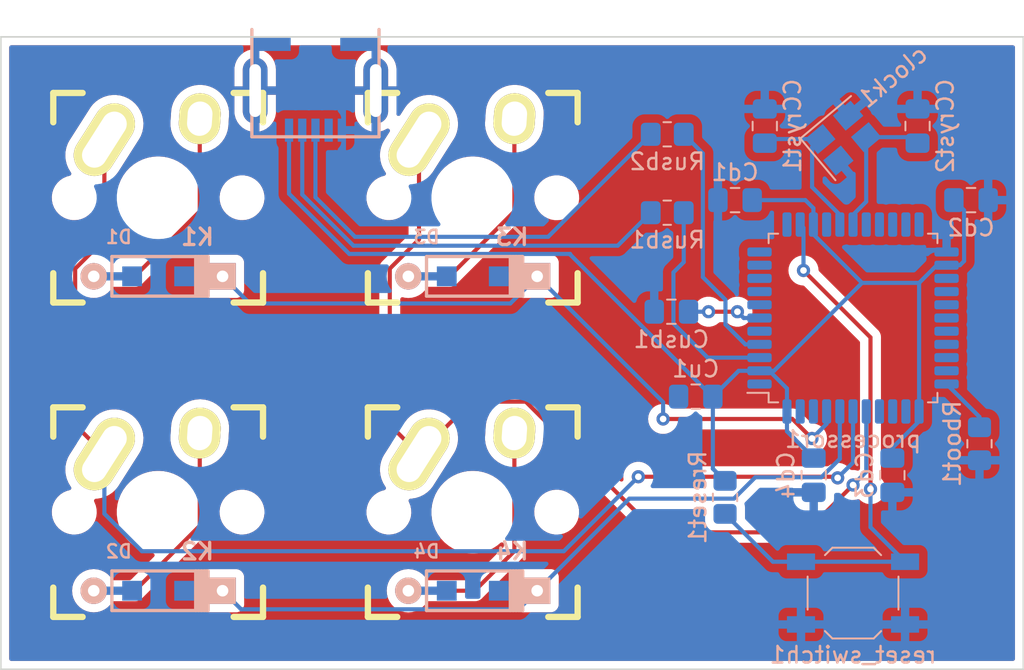
<source format=kicad_pcb>
(kicad_pcb (version 20211014) (generator pcbnew)
  (layers (0 "F.Cu" signal) (31 "B.Cu" signal) (34 "B.Paste" user) (35 "F.Paste" user) (36 "B.SilkS" user "B.Silkscreen") (37 "F.SilkS" user "F.Silkscreen") (38 "B.Mask" user) (39 "F.Mask" user) (44 "Edge.Cuts" user))
  (net 0 "")
  (net 1 "VCC")
  (net 2 "Net-(Micro_USB1-Pad2)")
  (net 3 "Net-(Micro_USB1-Pad3)")
  (net 5 "/toD1")
  (net 6 "/row0")
  (net 7 "/toD3")
  (net 8 "/row1")
  (net 9 "/toD2")
  (net 10 "/toD4")
  (net 11 "/col0")
  (net 12 "/col1")
  (net 13 "Net-(Rboot1-Pad1)")
  (net 14 "Net-(Rreset1-Pad2)")
  (net 15 "Net-(Rusb1-Pad2)")
  (net 16 "Net-(Rusb2-Pad2)")
  (net 18 "Net-(Cusb1-Pad2)")
  (net 25 "Net-(CCryst1-Pad1)")
  (net 26 "Net-(CCryst2-Pad1)")
  (net 43 "GND")
  (footprint "keebs:Mx_Alps_100" (layer "F.Cu") (at 161.925 83.34375)
    (fp_text reference "K1" (at 2.38125 2.38125) (layer "B.SilkS") (effects (font (thickness 0.2)) (justify mirror)))
    (fp_text value "KEYSW" hide)
    (fp_line (start 6.35 4.572) (end 6.35 6.35) (layer "F.SilkS") (width 0.381))
    (fp_line (start -6.35 -6.35) (end -4.572 -6.35) (layer "F.SilkS") (width 0.381))
    (fp_line (start -4.572 6.35) (end -6.35 6.35) (layer "F.SilkS") (width 0.381))
    (fp_line (start 6.35 -6.35) (end 6.35 -4.572) (layer "F.SilkS") (width 0.381))
    (fp_line (start -6.35 -4.572) (end -6.35 -6.35) (layer "F.SilkS") (width 0.381))
    (fp_line (start 4.572 -6.35) (end 6.35 -6.35) (layer "F.SilkS") (width 0.381))
    (fp_line (start -6.35 6.35) (end -6.35 4.572) (layer "F.SilkS") (width 0.381))
    (fp_line (start 6.35 6.35) (end 4.572 6.35) (layer "F.SilkS") (width 0.381))
    (pad "" np_thru_hole circle locked (at -5.08 0) (size 1.7018 1.7018) (drill 1.7018) (layers *.Cu *.Mask))
    (pad "" np_thru_hole circle locked (at 5.08 0) (size 1.7018 1.7018) (drill 1.7018) (layers *.Cu *.Mask))
    (pad "" np_thru_hole circle locked (at 0 0) (size 3.9878 3.9878) (drill 3.9878) (layers *.Cu *.Mask))
    (pad "1" thru_hole oval locked (at -3.255 -3.52 327.5) (size 2.5 4.75) (drill oval 1.5 3.75) (layers *.Cu *.Mask "F.SilkS") (net 11 "/col0"))
    (pad "2" thru_hole oval locked (at 2.52 -4.79 356.1) (size 2.5 3.08) (drill oval 1.5 2.08) (layers *.Cu *.Mask "F.SilkS") (net 5 "/toD1"))
  )
  (footprint "keebs:Mx_Alps_100" (layer "F.Cu") (at 180.975 102.39375)
    (fp_text reference "K4" (at 2.38125 2.38125) (layer "B.SilkS") (effects (font (thickness 0.2)) (justify mirror)))
    (fp_text value "KEYSW" hide)
    (fp_line (start -6.35 -6.35) (end -4.572 -6.35) (layer "F.SilkS") (width 0.381))
    (fp_line (start -6.35 6.35) (end -6.35 4.572) (layer "F.SilkS") (width 0.381))
    (fp_line (start 6.35 -6.35) (end 6.35 -4.572) (layer "F.SilkS") (width 0.381))
    (fp_line (start 4.572 -6.35) (end 6.35 -6.35) (layer "F.SilkS") (width 0.381))
    (fp_line (start -4.572 6.35) (end -6.35 6.35) (layer "F.SilkS") (width 0.381))
    (fp_line (start -6.35 -4.572) (end -6.35 -6.35) (layer "F.SilkS") (width 0.381))
    (fp_line (start 6.35 6.35) (end 4.572 6.35) (layer "F.SilkS") (width 0.381))
    (fp_line (start 6.35 4.572) (end 6.35 6.35) (layer "F.SilkS") (width 0.381))
    (pad "" np_thru_hole circle locked (at 5.08 0) (size 1.7018 1.7018) (drill 1.7018) (layers *.Cu *.Mask))
    (pad "" np_thru_hole circle locked (at 0 0) (size 3.9878 3.9878) (drill 3.9878) (layers *.Cu *.Mask))
    (pad "" np_thru_hole circle locked (at -5.08 0) (size 1.7018 1.7018) (drill 1.7018) (layers *.Cu *.Mask))
    (pad "1" thru_hole oval locked (at -3.255 -3.52 327.5) (size 2.5 4.75) (drill oval 1.5 3.75) (layers *.Cu *.Mask "F.SilkS") (net 12 "/col1"))
    (pad "2" thru_hole oval locked (at 2.52 -4.79 356.1) (size 2.5 3.08) (drill oval 1.5 2.08) (layers *.Cu *.Mask "F.SilkS") (net 10 "/toD4"))
  )
  (footprint "keebs:Mx_Alps_100" (layer "F.Cu") (at 180.975 83.34375)
    (fp_text reference "K3" (at 2.38125 2.38125) (layer "B.SilkS") (effects (font (thickness 0.2)) (justify mirror)))
    (fp_text value "KEYSW" hide)
    (fp_line (start 4.572 -6.35) (end 6.35 -6.35) (layer "F.SilkS") (width 0.381))
    (fp_line (start 6.35 6.35) (end 4.572 6.35) (layer "F.SilkS") (width 0.381))
    (fp_line (start -6.35 -6.35) (end -4.572 -6.35) (layer "F.SilkS") (width 0.381))
    (fp_line (start -4.572 6.35) (end -6.35 6.35) (layer "F.SilkS") (width 0.381))
    (fp_line (start -6.35 6.35) (end -6.35 4.572) (layer "F.SilkS") (width 0.381))
    (fp_line (start 6.35 4.572) (end 6.35 6.35) (layer "F.SilkS") (width 0.381))
    (fp_line (start -6.35 -4.572) (end -6.35 -6.35) (layer "F.SilkS") (width 0.381))
    (fp_line (start 6.35 -6.35) (end 6.35 -4.572) (layer "F.SilkS") (width 0.381))
    (pad "" np_thru_hole circle locked (at 0 0) (size 3.9878 3.9878) (drill 3.9878) (layers *.Cu *.Mask))
    (pad "" np_thru_hole circle locked (at -5.08 0) (size 1.7018 1.7018) (drill 1.7018) (layers *.Cu *.Mask))
    (pad "" np_thru_hole circle locked (at 5.08 0) (size 1.7018 1.7018) (drill 1.7018) (layers *.Cu *.Mask))
    (pad "1" thru_hole oval locked (at -3.255 -3.52 327.5) (size 2.5 4.75) (drill oval 1.5 3.75) (layers *.Cu *.Mask "F.SilkS") (net 12 "/col1"))
    (pad "2" thru_hole oval locked (at 2.52 -4.79 356.1) (size 2.5 3.08) (drill oval 1.5 2.08) (layers *.Cu *.Mask "F.SilkS") (net 9 "/toD2"))
  )
  (footprint "keebs:Mx_Alps_100" (layer "F.Cu") (at 161.925 102.39375)
    (fp_text reference "K2" (at 2.38125 2.38125) (layer "B.SilkS") (effects (font (thickness 0.2)) (justify mirror)))
    (fp_text value "KEYSW" hide)
    (fp_line (start 4.572 -6.35) (end 6.35 -6.35) (layer "F.SilkS") (width 0.381))
    (fp_line (start -6.35 6.35) (end -6.35 4.572) (layer "F.SilkS") (width 0.381))
    (fp_line (start -6.35 -6.35) (end -4.572 -6.35) (layer "F.SilkS") (width 0.381))
    (fp_line (start 6.35 6.35) (end 4.572 6.35) (layer "F.SilkS") (width 0.381))
    (fp_line (start -6.35 -4.572) (end -6.35 -6.35) (layer "F.SilkS") (width 0.381))
    (fp_line (start -4.572 6.35) (end -6.35 6.35) (layer "F.SilkS") (width 0.381))
    (fp_line (start 6.35 4.572) (end 6.35 6.35) (layer "F.SilkS") (width 0.381))
    (fp_line (start 6.35 -6.35) (end 6.35 -4.572) (layer "F.SilkS") (width 0.381))
    (pad "" np_thru_hole circle locked (at -5.08 0) (size 1.7018 1.7018) (drill 1.7018) (layers *.Cu *.Mask))
    (pad "" np_thru_hole circle locked (at 0 0) (size 3.9878 3.9878) (drill 3.9878) (layers *.Cu *.Mask))
    (pad "" np_thru_hole circle locked (at 5.08 0) (size 1.7018 1.7018) (drill 1.7018) (layers *.Cu *.Mask))
    (pad "1" thru_hole oval locked (at -3.255 -3.52 327.5) (size 2.5 4.75) (drill oval 1.5 3.75) (layers *.Cu *.Mask "F.SilkS") (net 11 "/col0"))
    (pad "2" thru_hole oval locked (at 2.52 -4.79 356.1) (size 2.5 3.08) (drill oval 1.5 2.08) (layers *.Cu *.Mask "F.SilkS") (net 7 "/toD3"))
  )
  (footprint "Resistor_SMD:R_0805_2012Metric_Pad1.20x1.40mm_HandSolder" (layer "B.Cu") (at 192.75 84.25)
    (fp_text reference "Rusb1" (at 0 1.65) (layer "B.SilkS") (effects (justify mirror)))
    (fp_text value "22")
    (fp_line (start -0.227064 0.735) (end 0.227064 0.735) (layer "B.SilkS") (width 0.12))
    (fp_line (start -0.227064 -0.735) (end 0.227064 -0.735) (layer "B.SilkS") (width 0.12))
    (pad "1" smd roundrect locked (at -1 0) (size 1.2 1.4) (layers "B.Cu" "B.Paste" "B.Mask") (roundrect_rratio 0.208333) (net 2 "Net-(Micro_USB1-Pad2)"))
    (pad "2" smd roundrect locked (at 1 0) (size 1.2 1.4) (layers "B.Cu" "B.Paste" "B.Mask") (roundrect_rratio 0.208333) (net 15 "Net-(Rusb1-Pad2)"))
  )
  (footprint "Button_Switch_SMD:SW_SPST_TL3342" (layer "B.Cu") (at 204 107.3)
    (fp_text reference "reset_switch1" (at 0 3.75) (layer "B.SilkS") (effects (justify mirror)))
    (fp_text value "SW_PUSH")
    (fp_line (start 1.7 -2.3) (end 1.25 -2.75) (layer "B.SilkS") (width 0.12))
    (fp_line (start 1.7 2.3) (end 1.25 2.75) (layer "B.SilkS") (width 0.12))
    (fp_line (start -1.7 2.3) (end -1.25 2.75) (layer "B.SilkS") (width 0.12))
    (fp_line (start -2.75 1) (end -2.75 -1) (layer "B.SilkS") (width 0.12))
    (fp_line (start -1.25 2.75) (end 1.25 2.75) (layer "B.SilkS") (width 0.12))
    (fp_line (start -1.7 -2.3) (end -1.25 -2.75) (layer "B.SilkS") (width 0.12))
    (fp_line (start -1.25 -2.75) (end 1.25 -2.75) (layer "B.SilkS") (width 0.12))
    (fp_line (start 2.75 1) (end 2.75 -1) (layer "B.SilkS") (width 0.12))
    (pad "1" smd rect locked (at -3.15 1.9) (size 1.7 1) (layers "B.Cu" "B.Paste" "B.Mask") (net 43 "GND"))
    (pad "1" smd rect locked (at 3.15 1.9) (size 1.7 1) (layers "B.Cu" "B.Paste" "B.Mask") (net 43 "GND"))
    (pad "2" smd rect locked (at -3.15 -1.9) (size 1.7 1) (layers "B.Cu" "B.Paste" "B.Mask") (net 14 "Net-(Rreset1-Pad2)"))
    (pad "2" smd rect locked (at 3.15 -1.9) (size 1.7 1) (layers "B.Cu" "B.Paste" "B.Mask") (net 14 "Net-(Rreset1-Pad2)"))
  )
  (footprint "Capacitor_SMD:C_0805_2012Metric_Pad1.18x1.45mm_HandSolder" (layer "B.Cu") (at 193 90.25)
    (fp_text reference "Cusb1" (at 0 1.68) (layer "B.SilkS") (effects (justify mirror)))
    (fp_text value "1u")
    (fp_line (start -0.261252 -0.735) (end 0.261252 -0.735) (layer "B.SilkS") (width 0.12))
    (fp_line (start -0.261252 0.735) (end 0.261252 0.735) (layer "B.SilkS") (width 0.12))
    (pad "1" smd roundrect locked (at -1.0375 0) (size 1.175 1.45) (layers "B.Cu" "B.Paste" "B.Mask") (roundrect_rratio 0.212766) (net 43 "GND"))
    (pad "2" smd roundrect locked (at 1.0375 0) (size 1.175 1.45) (layers "B.Cu" "B.Paste" "B.Mask") (roundrect_rratio 0.212766) (net 18 "Net-(Cusb1-Pad2)"))
  )
  (footprint "keyboard_parts:D_SOD123_axial" (layer "B.Cu") (at 180.975 88.10625 180)
    (fp_text reference "D3" (at 2.8 2.38125) (layer "B.SilkS") (effects (font (size 0.8 0.8)) (justify mirror)))
    (fp_text value "D" hide)
    (fp_line (start -3 1.2) (end 2.8 1.2) (layer "B.SilkS") (width 0.2))
    (fp_line (start -2.45 1.2) (end -2.45 -1.2) (layer "B.SilkS") (width 0.2))
    (fp_line (start -2.925 1.2) (end -2.925 -1.2) (layer "B.SilkS") (width 0.2))
    (fp_line (start 2.8 1.2) (end 2.8 -1.2) (layer "B.SilkS") (width 0.2))
    (fp_line (start -2.625 1.2) (end -2.625 -1.2) (layer "B.SilkS") (width 0.2))
    (fp_line (start -2.8 1.2) (end -2.8 -1.2) (layer "B.SilkS") (width 0.2))
    (fp_line (start -3.025 -1.2) (end -3.025 1.2) (layer "B.SilkS") (width 0.2))
    (fp_line (start 2.8 -1.2) (end -3 -1.2) (layer "B.SilkS") (width 0.2))
    (fp_line (start -2.275 1.2) (end -2.275 -1.2) (layer "B.SilkS") (width 0.2))
    (pad "1" thru_hole rect locked (at -3.9 0 180) (size 1.6 1.6) (drill 0.7) (layers *.Cu *.Mask "B.SilkS") (net 6 "/row0"))
    (pad "1" smd rect locked (at -2.7 0 180) (size 2.5 0.5) (layers "B.Cu") (net 6 "/row0"))
    (pad "1" smd rect locked (at -1.575 0 180) (size 1.2 1.2) (layers "B.Cu" "B.Paste" "B.Mask") (net 6 "/row0"))
    (pad "2" smd rect locked (at 1.575 0 180) (size 1.2 1.2) (layers "B.Cu" "B.Paste" "B.Mask") (net 9 "/toD2"))
    (pad "2" smd rect locked (at 2.7 0 180) (size 2.5 0.5) (layers "B.Cu") (net 9 "/toD2"))
    (pad "2" thru_hole circle locked (at 3.9 0 180) (size 1.6 1.6) (drill 0.7) (layers *.Cu *.Mask "B.SilkS") (net 9 "/toD2"))
  )
  (footprint "keyboard_parts:D_SOD123_axial" (layer "B.Cu") (at 161.925 107.15625 180)
    (fp_text reference "D2" (at 2.38125 2.38125) (layer "B.SilkS") (effects (font (size 0.8 0.8)) (justify mirror)))
    (fp_text value "D" hide)
    (fp_line (start -2.275 1.2) (end -2.275 -1.2) (layer "B.SilkS") (width 0.2))
    (fp_line (start -2.45 1.2) (end -2.45 -1.2) (layer "B.SilkS") (width 0.2))
    (fp_line (start -2.8 1.2) (end -2.8 -1.2) (layer "B.SilkS") (width 0.2))
    (fp_line (start -3.025 -1.2) (end -3.025 1.2) (layer "B.SilkS") (width 0.2))
    (fp_line (start -2.925 1.2) (end -2.925 -1.2) (layer "B.SilkS") (width 0.2))
    (fp_line (start -2.625 1.2) (end -2.625 -1.2) (layer "B.SilkS") (width 0.2))
    (fp_line (start 2.8 1.2) (end 2.8 -1.2) (layer "B.SilkS") (width 0.2))
    (fp_line (start -3 1.2) (end 2.8 1.2) (layer "B.SilkS") (width 0.2))
    (fp_line (start 2.8 -1.2) (end -3 -1.2) (layer "B.SilkS") (width 0.2))
    (pad "1" thru_hole rect locked (at -3.9 0 180) (size 1.6 1.6) (drill 0.7) (layers *.Cu *.Mask "B.SilkS") (net 8 "/row1"))
    (pad "1" smd rect locked (at -1.575 0 180) (size 1.2 1.2) (layers "B.Cu" "B.Paste" "B.Mask") (net 8 "/row1"))
    (pad "1" smd rect locked (at -2.7 0 180) (size 2.5 0.5) (layers "B.Cu") (net 8 "/row1"))
    (pad "2" smd rect locked (at 2.7 0 180) (size 2.5 0.5) (layers "B.Cu") (net 7 "/toD3"))
    (pad "2" smd rect locked (at 1.575 0 180) (size 1.2 1.2) (layers "B.Cu" "B.Paste" "B.Mask") (net 7 "/toD3"))
    (pad "2" thru_hole circle locked (at 3.9 0 180) (size 1.6 1.6) (drill 0.7) (layers *.Cu *.Mask "B.SilkS") (net 7 "/toD3"))
  )
  (footprint "keyboard_parts:USB_miniB_hirose_5S8" (layer "B.Cu") (at 171.45 79.25)
    (fp_text reference "Micro_USB1" hide)
    (fp_text value "USB_mini_micro_B" hide)
    (fp_line (start 3.85 0.4) (end 3.85 -6.1) (layer "B.SilkS") (width 0.2))
    (fp_line (start -3.85 0.4) (end 3.85 0.4) (layer "B.SilkS") (width 0.2))
    (fp_line (start -3.85 0.4) (end -3.85 -6.1) (layer "B.SilkS") (width 0.2))
    (pad "1" smd rect locked (at -1.6 0) (size 0.5 1.4) (layers "B.Cu" "B.Paste" "B.Mask") (net 1 "VCC"))
    (pad "2" smd rect locked (at -0.8 0) (size 0.5 1.4) (layers "B.Cu" "B.Paste" "B.Mask") (net 2 "Net-(Micro_USB1-Pad2)"))
    (pad "3" smd rect locked (at 0 0) (size 0.5 1.4) (layers "B.Cu" "B.Paste" "B.Mask") (net 3 "Net-(Micro_USB1-Pad3)"))
    (pad "4" smd rect locked (at 0.8 0) (size 0.5 1.4) (layers "B.Cu" "B.Paste" "B.Mask"))
    (pad "5" smd rect locked (at 1.6 0) (size 0.5 1.4) (layers "B.Cu" "B.Paste" "B.Mask") (net 43 "GND"))
    (pad "6" smd rect locked (at 2.675 -5.2) (size 2.35 0.8) (layers "B.Cu" "B.Paste" "B.Mask") (net 43 "GND"))
    (pad "6" smd rect locked (at -2.675 -5.2) (size 2.35 0.8) (layers "B.Cu" "B.Paste" "B.Mask") (net 43 "GND"))
    (pad "6" thru_hole oval locked (at 3.65 -2.4) (size 1.5 4) (drill oval 0.7 3.2) (layers *.Cu *.Mask "B.Paste") (net 43 "GND"))
    (pad "6" thru_hole oval locked (at -3.65 -2.4) (size 1.5 4) (drill oval 0.7 3.2) (layers *.Cu *.Mask "B.Paste") (net 43 "GND"))
  )
  (footprint "Crystal:Crystal_SMD_Abracon_ABM8G-4Pin_3.2x2.5mm" (layer "B.Cu") (at 203.40625 79.73 40)
    (fp_text reference "clock1" (at 4.695731 -0.928983 40) (layer "B.SilkS") (effects (justify mirror)))
    (fp_text value "crystal1_gnd24")
    (fp_line (start -2 1.65) (end -2 -1.65) (layer "B.SilkS") (width 0.12))
    (fp_line (start -2 -1.65) (end 2 -1.65) (layer "B.SilkS") (width 0.12))
    (pad "1" smd rect locked (at -1.1 -0.85 40) (size 1.4 1.2) (layers "B.Cu" "B.Paste" "B.Mask") (net 25 "Net-(CCryst1-Pad1)"))
    (pad "2" smd rect locked (at 1.1 -0.85 40) (size 1.4 1.2) (layers "B.Cu" "B.Paste" "B.Mask") (net 43 "GND"))
    (pad "3" smd rect locked (at 1.1 0.85 40) (size 1.4 1.2) (layers "B.Cu" "B.Paste" "B.Mask") (net 26 "Net-(CCryst2-Pad1)"))
    (pad "4" smd rect locked (at -1.1 0.85 40) (size 1.4 1.2) (layers "B.Cu" "B.Paste" "B.Mask") (net 43 "GND"))
  )
  (footprint "Capacitor_SMD:C_0805_2012Metric_Pad1.18x1.45mm_HandSolder" (layer "B.Cu") (at 207.90625 79 90)
    (fp_text reference "CCryst2" (at 0 1.68 90) (layer "B.SilkS") (effects (justify mirror)))
    (fp_text value "22p")
    (fp_line (start -0.261252 -0.735) (end 0.261252 -0.735) (layer "B.SilkS") (width 0.12))
    (fp_line (start -0.261252 0.735) (end 0.261252 0.735) (layer "B.SilkS") (width 0.12))
    (pad "1" smd roundrect locked (at -1.0375 0 90) (size 1.175 1.45) (layers "B.Cu" "B.Paste" "B.Mask") (roundrect_rratio 0.212766) (net 26 "Net-(CCryst2-Pad1)"))
    (pad "2" smd roundrect locked (at 1.0375 0 90) (size 1.175 1.45) (layers "B.Cu" "B.Paste" "B.Mask") (roundrect_rratio 0.212766) (net 43 "GND"))
  )
  (footprint "Capacitor_SMD:C_0805_2012Metric_Pad1.18x1.45mm_HandSolder" (layer "B.Cu") (at 196.85625 83.4875 180)
    (fp_text reference "Cd1" (at 0 1.68) (layer "B.SilkS") (effects (justify mirror)))
    (fp_text value "0.1u")
    (fp_line (start -0.261252 -0.735) (end 0.261252 -0.735) (layer "B.SilkS") (width 0.12))
    (fp_line (start -0.261252 0.735) (end 0.261252 0.735) (layer "B.SilkS") (width 0.12))
    (pad "1" smd roundrect locked (at -1.0375 0 180) (size 1.175 1.45) (layers "B.Cu" "B.Paste" "B.Mask") (roundrect_rratio 0.212766) (net 1 "VCC"))
    (pad "2" smd roundrect locked (at 1.0375 0 180) (size 1.175 1.45) (layers "B.Cu" "B.Paste" "B.Mask") (roundrect_rratio 0.212766) (net 43 "GND"))
  )
  (footprint "Capacitor_SMD:C_0805_2012Metric_Pad1.18x1.45mm_HandSolder" (layer "B.Cu") (at 211.14375 83.4875)
    (fp_text reference "Cd2" (at 0 1.68) (layer "B.SilkS") (effects (justify mirror)))
    (fp_text value "0.1u")
    (fp_line (start -0.261252 0.735) (end 0.261252 0.735) (layer "B.SilkS") (width 0.12))
    (fp_line (start -0.261252 -0.735) (end 0.261252 -0.735) (layer "B.SilkS") (width 0.12))
    (pad "1" smd roundrect locked (at -1.0375 0) (size 1.175 1.45) (layers "B.Cu" "B.Paste" "B.Mask") (roundrect_rratio 0.212766) (net 1 "VCC"))
    (pad "2" smd roundrect locked (at 1.0375 0) (size 1.175 1.45) (layers "B.Cu" "B.Paste" "B.Mask") (roundrect_rratio 0.212766) (net 43 "GND"))
  )
  (footprint "Capacitor_SMD:C_0805_2012Metric_Pad1.18x1.45mm_HandSolder" (layer "B.Cu") (at 201.61875 100.15625 -90)
    (fp_text reference "Cd4" (at 0 1.68 90) (layer "B.SilkS") (effects (justify mirror)))
    (fp_text value "0.1u")
    (fp_line (start -0.261252 0.735) (end 0.261252 0.735) (layer "B.SilkS") (width 0.12))
    (fp_line (start -0.261252 -0.735) (end 0.261252 -0.735) (layer "B.SilkS") (width 0.12))
    (pad "1" smd roundrect locked (at -1.0375 0 270) (size 1.175 1.45) (layers "B.Cu" "B.Paste" "B.Mask") (roundrect_rratio 0.212766) (net 1 "VCC"))
    (pad "2" smd roundrect locked (at 1.0375 0 270) (size 1.175 1.45) (layers "B.Cu" "B.Paste" "B.Mask") (roundrect_rratio 0.212766) (net 43 "GND"))
  )
  (footprint "Package_QFP:LQFP-44_10x10mm_P0.8mm" (layer "B.Cu") (at 204 90.63125)
    (fp_text reference "processor1" (at 0 7.35) (layer "B.SilkS") (effects (justify mirror)))
    (fp_text value "ATMEGA32U4")
    (fp_line (start -4.535 -5.11) (end -5.11 -5.11) (layer "B.SilkS") (width 0.12))
    (fp_line (start -4.535 5.11) (end -5.11 5.11) (layer "B.SilkS") (width 0.12))
    (fp_line (start -5.11 4.535) (end -6.4 4.535) (layer "B.SilkS") (width 0.12))
    (fp_line (start 4.535 5.11) (end 5.11 5.11) (layer "B.SilkS") (width 0.12))
    (fp_line (start 5.11 5.11) (end 5.11 4.535) (layer "B.SilkS") (width 0.12))
    (fp_line (start -5.11 -5.11) (end -5.11 -4.535) (layer "B.SilkS") (width 0.12))
    (fp_line (start 5.11 -5.11) (end 5.11 -4.535) (layer "B.SilkS") (width 0.12))
    (fp_line (start -5.11 5.11) (end -5.11 4.535) (layer "B.SilkS") (width 0.12))
    (fp_line (start 4.535 -5.11) (end 5.11 -5.11) (layer "B.SilkS") (width 0.12))
    (pad "1" smd roundrect locked (at -5.6625 4) (size 1.475 0.55) (layers "B.Cu" "B.Paste" "B.Mask"))
    (pad "2" smd roundrect locked (at -5.6625 3.2) (size 1.475 0.55) (layers "B.Cu" "B.Paste" "B.Mask") (net 1 "VCC"))
    (pad "3" smd roundrect locked (at -5.6625 2.4) (size 1.475 0.55) (layers "B.Cu" "B.Paste" "B.Mask") (net 15 "Net-(Rusb1-Pad2)"))
    (pad "4" smd roundrect locked (at -5.6625 1.6) (size 1.475 0.55) (layers "B.Cu" "B.Paste" "B.Mask") (net 16 "Net-(Rusb2-Pad2)"))
    (pad "5" smd roundrect locked (at -5.6625 0.8) (size 1.475 0.55) (layers "B.Cu" "B.Paste" "B.Mask") (net 43 "GND"))
    (pad "6" smd roundrect locked (at -5.6625 0) (size 1.475 0.55) (layers "B.Cu" "B.Paste" "B.Mask") (net 18 "Net-(Cusb1-Pad2)"))
    (pad "7" smd roundrect locked (at -5.6625 -0.8) (size 1.475 0.55) (layers "B.Cu" "B.Paste" "B.Mask"))
    (pad "8" smd roundrect locked (at -5.6625 -1.6) (size 1.475 0.55) (layers "B.Cu" "B.Paste" "B.Mask"))
    (pad "9" smd roundrect locked (at -5.6625 -2.4) (size 1.475 0.55) (layers "B.Cu" "B.Paste" "B.Mask"))
    (pad "10" smd roundrect locked (at -5.6625 -3.2) (size 1.475 0.55) (layers "B.Cu" "B.Paste" "B.Mask"))
    (pad "11" smd roundrect locked (at -5.6625 -4) (size 1.475 0.55) (layers "B.Cu" "B.Paste" "B.Mask"))
    (pad "12" smd roundrect locked (at -4 -5.6625) (size 0.55 1.475) (layers "B.Cu" "B.Paste" "B.Mask"))
    (pad "13" smd roundrect locked (at -3.2 -5.6625) (size 0.55 1.475) (layers "B.Cu" "B.Paste" "B.Mask") (net 14 "Net-(Rreset1-Pad2)"))
    (pad "14" smd roundrect locked (at -2.4 -5.6625) (size 0.55 1.475) (layers "B.Cu" "B.Paste" "B.Mask") (net 1 "VCC"))
    (pad "15" smd roundrect locked (at -1.6 -5.6625) (size 0.55 1.475) (layers "B.Cu" "B.Paste" "B.Mask") (net 43 "GND"))
    (pad "16" smd roundrect locked (at -0.8 -5.6625) (size 0.55 1.475) (layers "B.Cu" "B.Paste" "B.Mask") (net 25 "Net-(CCryst1-Pad1)"))
    (pad "17" smd roundrect locked (at 0 -5.6625) (size 0.55 1.475) (layers "B.Cu" "B.Paste" "B.Mask") (net 26 "Net-(CCryst2-Pad1)"))
    (pad "18" smd roundrect locked (at 0.8 -5.6625) (size 0.55 1.475) (layers "B.Cu" "B.Paste" "B.Mask"))
    (pad "19" smd roundrect locked (at 1.6 -5.6625) (size 0.55 1.475) (layers "B.Cu" "B.Paste" "B.Mask"))
    (pad "20" smd roundrect locked (at 2.4 -5.6625) (size 0.55 1.475) (layers "B.Cu" "B.Paste" "B.Mask"))
    (pad "21" smd roundrect locked (at 3.2 -5.6625) (size 0.55 1.475) (layers "B.Cu" "B.Paste" "B.Mask"))
    (pad "22" smd roundrect locked (at 4 -5.6625) (size 0.55 1.475) (layers "B.Cu" "B.Paste" "B.Mask"))
    (pad "23" smd roundrect locked (at 5.6625 -4) (size 1.475 0.55) (layers "B.Cu" "B.Paste" "B.Mask") (net 43 "GND"))
    (pad "24" smd roundrect locked (at 5.6625 -3.2) (size 1.475 0.55) (layers "B.Cu" "B.Paste" "B.Mask") (net 1 "VCC"))
    (pad "25" smd roundrect locked (at 5.6625 -2.4) (size 1.475 0.55) (layers "B.Cu" "B.Paste" "B.Mask"))
    (pad "26" smd roundrect locked (at 5.6625 -1.6) (size 1.475 0.55) (layers "B.Cu" "B.Paste" "B.Mask"))
    (pad "27" smd roundrect locked (at 5.6625 -0.8) (size 1.475 0.55) (layers "B.Cu" "B.Paste" "B.Mask"))
    (pad "28" smd roundrect locked (at 5.6625 0) (size 1.475 0.55) (layers "B.Cu" "B.Paste" "B.Mask"))
    (pad "29" smd roundrect locked (at 5.6625 0.8) (size 1.475 0.55) (layers "B.Cu" "B.Paste" "B.Mask"))
    (pad "30" smd roundrect locked (at 5.6625 1.6) (size 1.475 0.55) (layers "B.Cu" "B.Paste" "B.Mask"))
    (pad "31" smd roundrect locked (at 5.6625 2.4) (size 1.475 0.55) (layers "B.Cu" "B.Paste" "B.Mask"))
    (pad "32" smd roundrect locked (at 5.6625 3.2) (size 1.475 0.55) (layers "B.Cu" "B.Paste" "B.Mask"))
    (pad "33" smd roundrect locked (at 5.6625 4) (size 1.475 0.55) (layers "B.Cu" "B.Paste" "B.Mask") (net 13 "Net-(Rboot1-Pad1)"))
    (pad "34" smd roundrect locked (at 4 5.6625) (size 0.55 1.475) (layers "B.Cu" "B.Paste" "B.Mask") (net 1 "VCC"))
    (pad "35" smd roundrect locked (at 3.2 5.6625) (size 0.55 1.475) (layers "B.Cu" "B.Paste" "B.Mask") (net 43 "GND"))
    (pad "36" smd roundrect locked (at 2.4 5.6625) (size 0.55 1.475) (layers "B.Cu" "B.Paste" "B.Mask"))
    (pad "37" smd roundrect locked (at 1.6 5.6625) (size 0.55 1.475) (layers "B.Cu" "B.Paste" "B.Mask"))
    (pad "38" smd roundrect locked (at 0.8 5.6625) (size 0.55 1.475) (layers "B.Cu" "B.Paste" "B.Mask") (net 12 "/col1"))
    (pad "39" smd roundrect locked (at 0 5.6625) (size 0.55 1.475) (layers "B.Cu" "B.Paste" "B.Mask") (net 11 "/col0"))
    (pad "40" smd roundrect locked (at -0.8 5.6625) (size 0.55 1.475) (layers "B.Cu" "B.Paste" "B.Mask") (net 8 "/row1"))
    (pad "41" smd roundrect locked (at -1.6 5.6625) (size 0.55 1.475) (layers "B.Cu" "B.Paste" "B.Mask") (net 6 "/row0"))
    (pad "42" smd roundrect locked (at -2.4 5.6625) (size 0.55 1.475) (layers "B.Cu" "B.Paste" "B.Mask"))
    (pad "43" smd roundrect locked (at -3.2 5.6625) (size 0.55 1.475) (layers "B.Cu" "B.Paste" "B.Mask") (net 43 "GND"))
    (pad "44" smd roundrect locked (at -4 5.6625) (size 0.55 1.475) (layers "B.Cu" "B.Paste" "B.Mask") (net 1 "VCC"))
  )
  (footprint "Resistor_SMD:R_0805_2012Metric_Pad1.20x1.40mm_HandSolder" (layer "B.Cu") (at 196.25 101.5 -90)
    (fp_text reference "Rreset1" (at 0 1.65 90) (layer "B.SilkS") (effects (justify mirror)))
    (fp_text value "10k")
    (fp_line (start -0.227064 0.735) (end 0.227064 0.735) (layer "B.SilkS") (width 0.12))
    (fp_line (start -0.227064 -0.735) (end 0.227064 -0.735) (layer "B.SilkS") (width 0.12))
    (pad "1" smd roundrect locked (at -1 0 270) (size 1.2 1.4) (layers "B.Cu" "B.Paste" "B.Mask") (roundrect_rratio 0.208333) (net 1 "VCC"))
    (pad "2" smd roundrect locked (at 1 0 270) (size 1.2 1.4) (layers "B.Cu" "B.Paste" "B.Mask") (roundrect_rratio 0.208333) (net 14 "Net-(Rreset1-Pad2)"))
  )
  (footprint "keyboard_parts:D_SOD123_axial" (layer "B.Cu") (at 180.975 107.15625 180)
    (fp_text reference "D4" (at 2.8 2.38125) (layer "B.SilkS") (effects (font (size 0.8 0.8)) (justify mirror)))
    (fp_text value "D" hide)
    (fp_line (start -2.275 1.2) (end -2.275 -1.2) (layer "B.SilkS") (width 0.2))
    (fp_line (start -2.45 1.2) (end -2.45 -1.2) (layer "B.SilkS") (width 0.2))
    (fp_line (start 2.8 -1.2) (end -3 -1.2) (layer "B.SilkS") (width 0.2))
    (fp_line (start -3.025 -1.2) (end -3.025 1.2) (layer "B.SilkS") (width 0.2))
    (fp_line (start -3 1.2) (end 2.8 1.2) (layer "B.SilkS") (width 0.2))
    (fp_line (start 2.8 1.2) (end 2.8 -1.2) (layer "B.SilkS") (width 0.2))
    (fp_line (start -2.8 1.2) (end -2.8 -1.2) (layer "B.SilkS") (width 0.2))
    (fp_line (start -2.925 1.2) (end -2.925 -1.2) (layer "B.SilkS") (width 0.2))
    (fp_line (start -2.625 1.2) (end -2.625 -1.2) (layer "B.SilkS") (width 0.2))
    (pad "1" smd rect locked (at -1.575 0 180) (size 1.2 1.2) (layers "B.Cu" "B.Paste" "B.Mask") (net 8 "/row1"))
    (pad "1" smd rect locked (at -2.7 0 180) (size 2.5 0.5) (layers "B.Cu") (net 8 "/row1"))
    (pad "1" thru_hole rect locked (at -3.9 0 180) (size 1.6 1.6) (drill 0.7) (layers *.Cu *.Mask "B.SilkS") (net 8 "/row1"))
    (pad "2" smd rect locked (at 1.575 0 180) (size 1.2 1.2) (layers "B.Cu" "B.Paste" "B.Mask") (net 10 "/toD4"))
    (pad "2" smd rect locked (at 2.7 0 180) (size 2.5 0.5) (layers "B.Cu") (net 10 "/toD4"))
    (pad "2" thru_hole circle locked (at 3.9 0 180) (size 1.6 1.6) (drill 0.7) (layers *.Cu *.Mask "B.SilkS") (net 10 "/toD4"))
  )
  (footprint "Capacitor_SMD:C_0805_2012Metric_Pad1.18x1.45mm_HandSolder" (layer "B.Cu") (at 206.38125 100.15625 -90)
    (fp_text reference "Cd3" (at 0 1.68 90) (layer "B.SilkS") (effects (justify mirror)))
    (fp_text value "0.1u")
    (fp_line (start -0.261252 0.735) (end 0.261252 0.735) (layer "B.SilkS") (width 0.12))
    (fp_line (start -0.261252 -0.735) (end 0.261252 -0.735) (layer "B.SilkS") (width 0.12))
    (pad "1" smd roundrect locked (at -1.0375 0 270) (size 1.175 1.45) (layers "B.Cu" "B.Paste" "B.Mask") (roundrect_rratio 0.212766) (net 1 "VCC"))
    (pad "2" smd roundrect locked (at 1.0375 0 270) (size 1.175 1.45) (layers "B.Cu" "B.Paste" "B.Mask") (roundrect_rratio 0.212766) (net 43 "GND"))
  )
  (footprint "Resistor_SMD:R_0805_2012Metric_Pad1.20x1.40mm_HandSolder" (layer "B.Cu") (at 211.65625 98.25 -90)
    (fp_text reference "Rboot1" (at 0 1.65 90) (layer "B.SilkS") (effects (justify mirror)))
    (fp_text value "10k")
    (fp_line (start -0.227064 -0.735) (end 0.227064 -0.735) (layer "B.SilkS") (width 0.12))
    (fp_line (start -0.227064 0.735) (end 0.227064 0.735) (layer "B.SilkS") (width 0.12))
    (pad "1" smd roundrect locked (at -1 0 270) (size 1.2 1.4) (layers "B.Cu" "B.Paste" "B.Mask") (roundrect_rratio 0.208333) (net 13 "Net-(Rboot1-Pad1)"))
    (pad "2" smd roundrect locked (at 1 0 270) (size 1.2 1.4) (layers "B.Cu" "B.Paste" "B.Mask") (roundrect_rratio 0.208333) (net 43 "GND"))
  )
  (footprint "Resistor_SMD:R_0805_2012Metric_Pad1.20x1.40mm_HandSolder" (layer "B.Cu") (at 192.75 79.5)
    (fp_text reference "Rusb2" (at 0 1.65) (layer "B.SilkS") (effects (justify mirror)))
    (fp_text value "22")
    (fp_line (start -0.227064 0.735) (end 0.227064 0.735) (layer "B.SilkS") (width 0.12))
    (fp_line (start -0.227064 -0.735) (end 0.227064 -0.735) (layer "B.SilkS") (width 0.12))
    (pad "1" smd roundrect locked (at -1 0) (size 1.2 1.4) (layers "B.Cu" "B.Paste" "B.Mask") (roundrect_rratio 0.208333) (net 3 "Net-(Micro_USB1-Pad3)"))
    (pad "2" smd roundrect locked (at 1 0) (size 1.2 1.4) (layers "B.Cu" "B.Paste" "B.Mask") (roundrect_rratio 0.208333) (net 16 "Net-(Rusb2-Pad2)"))
  )
  (footprint "keyboard_parts:D_SOD123_axial" (layer "B.Cu") (at 161.925 88.10625 180)
    (fp_text reference "D1" (at 2.38125 2.38125) (layer "B.SilkS") (effects (font (size 0.8 0.8)) (justify mirror)))
    (fp_text value "D" hide)
    (fp_line (start -2.45 1.2) (end -2.45 -1.2) (layer "B.SilkS") (width 0.2))
    (fp_line (start -2.625 1.2) (end -2.625 -1.2) (layer "B.SilkS") (width 0.2))
    (fp_line (start -2.275 1.2) (end -2.275 -1.2) (layer "B.SilkS") (width 0.2))
    (fp_line (start -2.8 1.2) (end -2.8 -1.2) (layer "B.SilkS") (width 0.2))
    (fp_line (start 2.8 -1.2) (end -3 -1.2) (layer "B.SilkS") (width 0.2))
    (fp_line (start 2.8 1.2) (end 2.8 -1.2) (layer "B.SilkS") (width 0.2))
    (fp_line (start -3.025 -1.2) (end -3.025 1.2) (layer "B.SilkS") (width 0.2))
    (fp_line (start -3 1.2) (end 2.8 1.2) (layer "B.SilkS") (width 0.2))
    (fp_line (start -2.925 1.2) (end -2.925 -1.2) (layer "B.SilkS") (width 0.2))
    (pad "1" thru_hole rect locked (at -3.9 0 180) (size 1.6 1.6) (drill 0.7) (layers *.Cu *.Mask "B.SilkS") (net 6 "/row0"))
    (pad "1" smd rect locked (at -2.7 0 180) (size 2.5 0.5) (layers "B.Cu") (net 6 "/row0"))
    (pad "1" smd rect locked (at -1.575 0 180) (size 1.2 1.2) (layers "B.Cu" "B.Paste" "B.Mask") (net 6 "/row0"))
    (pad "2" smd rect locked (at 2.7 0 180) (size 2.5 0.5) (layers "B.Cu") (net 5 "/toD1"))
    (pad "2" thru_hole circle locked (at 3.9 0 180) (size 1.6 1.6) (drill 0.7) (layers *.Cu *.Mask "B.SilkS") (net 5 "/toD1"))
    (pad "2" smd rect locked (at 1.575 0 180) (size 1.2 1.2) (layers "B.Cu" "B.Paste" "B.Mask") (net 5 "/toD1"))
  )
  (footprint "Capacitor_SMD:C_0805_2012Metric_Pad1.18x1.45mm_HandSolder" (layer "B.Cu") (at 198.65625 79 90)
    (fp_text reference "CCryst1" (at 0 1.68 90) (layer "B.SilkS") (effects (justify mirror)))
    (fp_text value "22p")
    (fp_line (start -0.261252 -0.735) (end 0.261252 -0.735) (layer "B.SilkS") (width 0.12))
    (fp_line (start -0.261252 0.735) (end 0.261252 0.735) (layer "B.SilkS") (width 0.12))
    (pad "1" smd roundrect locked (at -1.0375 0 90) (size 1.175 1.45) (layers "B.Cu" "B.Paste" "B.Mask") (roundrect_rratio 0.212766) (net 25 "Net-(CCryst1-Pad1)"))
    (pad "2" smd roundrect locked (at 1.0375 0 90) (size 1.175 1.45) (layers "B.Cu" "B.Paste" "B.Mask") (roundrect_rratio 0.212766) (net 43 "GND"))
  )
  (footprint "Capacitor_SMD:C_0805_2012Metric_Pad1.18x1.45mm_HandSolder" (layer "B.Cu") (at 194.475 95.39375 180)
    (fp_text reference locked "Cu1" (at 0 1.68) (layer "B.SilkS") (effects (justify mirror)))
    (fp_text value locked "4.7u")
    (fp_line (start -0.261252 -0.735) (end 0.261252 -0.735) (layer "B.SilkS") (width 0.12))
    (fp_line (start -0.261252 0.735) (end 0.261252 0.735) (layer "B.SilkS") (width 0.12))
    (pad "1" smd roundrect (at -1.0375 0 180) (size 1.175 1.45) (layers "B.Cu" "B.Paste" "B.Mask") (roundrect_rratio 0.212766) (net 1 "VCC"))
    (pad "2" smd roundrect locked (at 1.0375 0 180) (size 1.175 1.45) (layers "B.Cu" "B.Paste" "B.Mask") (roundrect_rratio 0.212766) (net 43 "GND"))
  )
  (gr_rect (start 152.4 73.5975) (end 214.3125 111.91875) (layer "Edge.Cuts") (width 0.1) (fill none))
  (segment (start 198.3375 93.83125) (end 199.214818 93.83125) (width 0.25) (layer "B.Cu") (net 1))
  (segment (start 186.86875 86.781243) (end 195.481257 95.39375) (width 0.25) (layer "B.Cu") (net 1))
  (segment (start 198.928394 93.83125) (end 200 94.902856) (width 0.25) (layer "B.Cu") (net 1))
  (segment (start 197.075 93.83125) (end 198.3375 93.83125) (width 0.25) (layer "B.Cu") (net 1))
  (segment (start 210.10625 83.4875) (end 210.72452 84.10577) (width 0.25) (layer "B.Cu") (net 1))
  (segment (start 210.475 87.43125) (end 209.6625 87.43125) (width 0.25) (layer "B.Cu") (net 1))
  (segment (start 201.6 84.96875) (end 201.6 85.559644) (width 0.25) (layer "B.Cu") (net 1))
  (segment (start 199.214818 93.83125) (end 204.543212 88.502856) (width 0.25) (layer "B.Cu") (net 1))
  (segment (start 173.5 86.75) (end 186.86875 86.75) (width 0.25) (layer "B.Cu") (net 1))
  (segment (start 208 88.502856) (end 209.071606 87.43125) (width 0.25) (layer "B.Cu") (net 1))
  (segment (start 201.6 85.559644) (end 204.543212 88.502856) (width 0.25) (layer "B.Cu") (net 1))
  (segment (start 197.89375 83.4875) (end 201.110604 83.4875) (width 0.25) (layer "B.Cu") (net 1))
  (segment (start 195.5125 99.7625) (end 196.25 100.5) (width 0.25) (layer "B.Cu") (net 1))
  (segment (start 201.110604 83.4875) (end 201.6 83.976896) (width 0.25) (layer "B.Cu") (net 1))
  (segment (start 195.5125 95.39375) (end 195.5125 99.7625) (width 0.25) (layer "B.Cu") (net 1))
  (segment (start 198.3375 93.83125) (end 198.928394 93.83125) (width 0.25) (layer "B.Cu") (net 1))
  (segment (start 206.38125 98.503394) (end 208 96.884644) (width 0.25) (layer "B.Cu") (net 1))
  (segment (start 208 96.29375) (end 208 88.502856) (width 0.25) (layer "B.Cu") (net 1))
  (segment (start 169.85 79.25) (end 169.85 83.1) (width 0.25) (layer "B.Cu") (net 1))
  (segment (start 210.72452 84.10577) (end 210.72452 87.18173) (width 0.25) (layer "B.Cu") (net 1))
  (segment (start 195.5125 95.39375) (end 197.075 93.83125) (width 0.25) (layer "B.Cu") (net 1))
  (segment (start 206.38125 99.11875) (end 206.38125 98.503394) (width 0.25) (layer "B.Cu") (net 1))
  (segment (start 200 97.5) (end 200 96.29375) (width 0.25) (layer "B.Cu") (net 1))
  (segment (start 200 94.902856) (end 200 96.29375) (width 0.25) (layer "B.Cu") (net 1))
  (segment (start 195.481257 95.39375) (end 195.5125 95.39375) (width 0.25) (layer "B.Cu") (net 1))
  (segment (start 210.72452 87.18173) (end 210.475 87.43125) (width 0.25) (layer "B.Cu") (net 1))
  (segment (start 201.61875 99.11875) (end 200 97.5) (width 0.25) (layer "B.Cu") (net 1))
  (segment (start 169.85 83.1) (end 173.5 86.75) (width 0.25) (layer "B.Cu") (net 1))
  (segment (start 186.86875 86.75) (end 186.86875 86.781243) (width 0.25) (layer "B.Cu") (net 1))
  (segment (start 204.543212 88.502856) (end 208 88.502856) (width 0.25) (layer "B.Cu") (net 1))
  (segment (start 201.6 83.976896) (end 201.6 84.96875) (width 0.25) (layer "B.Cu") (net 1))
  (segment (start 209.071606 87.43125) (end 209.6625 87.43125) (width 0.25) (layer "B.Cu") (net 1))
  (segment (start 208 96.884644) (end 208 96.29375) (width 0.25) (layer "B.Cu") (net 1))
  (segment (start 189.75 86.25) (end 191.75 84.25) (width 0.25) (layer "B.Cu") (net 2))
  (segment (start 170.65 83.15) (end 173.75 86.25) (width 0.25) (layer "B.Cu") (net 2))
  (segment (start 173.75 86.25) (end 189.75 86.25) (width 0.25) (layer "B.Cu") (net 2))
  (segment (start 170.65 79.25) (end 170.65 83.15) (width 0.25) (layer "B.Cu") (net 2))
  (segment (start 173.847889 85.712171) (end 176.212171 85.712171) (width 0.25) (layer "B.Cu") (net 3))
  (segment (start 185.537829 85.712171) (end 191.75 79.5) (width 0.25) (layer "B.Cu") (net 3))
  (segment (start 171.45 83.314282) (end 173.847889 85.712171) (width 0.25) (layer "B.Cu") (net 3))
  (segment (start 176.212171 85.712171) (end 185.537829 85.712171) (width 0.25) (layer "B.Cu") (net 3))
  (segment (start 171.45 79.25) (end 171.45 83.314282) (width 0.25) (layer "B.Cu") (net 3))
  (segment (start 160.511954 88.10625) (end 158.025 88.10625) (width 0.25) (layer "F.Cu") (net 5))
  (segment (start 164.445 84.173204) (end 160.511954 88.10625) (width 0.25) (layer "F.Cu") (net 5))
  (segment (start 164.445 78.55375) (end 164.445 84.173204) (width 0.25) (layer "F.Cu") (net 5))
  (segment (start 192.5 96.75) (end 200.274598 96.75) (width 0.25) (layer "F.Cu") (net 6))
  (segment (start 200.330549 96.75) (end 201.512299 97.93175) (width 0.25) (layer "F.Cu") (net 6))
  (segment (start 200.274598 96.75) (end 200.330549 96.75) (width 0.25) (layer "F.Cu") (net 6))
  (via (at 192.5 96.75) (size 0.8) (drill 0.4) (layers "F.Cu" "B.Cu") (net 6))
  (via (at 201.512299 97.93175) (size 0.8) (drill 0.4) (layers "F.Cu" "B.Cu") (net 6))
  (segment (start 165.825 88.10625) (end 167.46875 89.75) (width 0.25) (layer "B.Cu") (net 6))
  (segment (start 184.875 88.125) (end 184.875 88.10625) (width 0.25) (layer "B.Cu") (net 6))
  (segment (start 184.875 88.10625) (end 192.5 95.73125) (width 0.25) (layer "B.Cu") (net 6))
  (segment (start 192.5 95.73125) (end 192.5 96.75) (width 0.25) (layer "B.Cu") (net 6))
  (segment (start 201.512299 97.93175) (end 202.4 97.044049) (width 0.25) (layer "B.Cu") (net 6))
  (segment (start 183.25 89.75) (end 184.875 88.125) (width 0.25) (layer "B.Cu") (net 6))
  (segment (start 202.4 97.044049) (end 202.4 96.29375) (width 0.25) (layer "B.Cu") (net 6))
  (segment (start 167.46875 89.75) (end 183.25 89.75) (width 0.25) (layer "B.Cu") (net 6))
  (segment (start 164.445 97.60375) (end 164.445 103.223204) (width 0.25) (layer "F.Cu") (net 7))
  (segment (start 164.445 103.223204) (end 160.511954 107.15625) (width 0.25) (layer "F.Cu") (net 7))
  (segment (start 160.511954 107.15625) (end 158.025 107.15625) (width 0.25) (layer "F.Cu") (net 7))
  (segment (start 202.080763 100.28173) (end 198.080763 100.28173) (width 0.25) (layer "B.Cu") (net 8))
  (segment (start 203.2 99.162493) (end 202.080763 100.28173) (width 0.25) (layer "B.Cu") (net 8))
  (segment (start 166.949511 108.280761) (end 183.750489 108.280761) (width 0.25) (layer "B.Cu") (net 8))
  (segment (start 190.45577 101.57548) (end 184.875 107.15625) (width 0.25) (layer "B.Cu") (net 8))
  (segment (start 183.750489 108.280761) (end 184.875 107.15625) (width 0.25) (layer "B.Cu") (net 8))
  (segment (start 203.2 96.29375) (end 203.2 99.162493) (width 0.25) (layer "B.Cu") (net 8))
  (segment (start 165.825 107.15625) (end 166.949511 108.280761) (width 0.25) (layer "B.Cu") (net 8))
  (segment (start 196.787013 101.57548) (end 190.45577 101.57548) (width 0.25) (layer "B.Cu") (net 8))
  (segment (start 198.080763 100.28173) (end 196.787013 101.57548) (width 0.25) (layer "B.Cu") (net 8))
  (segment (start 183.495 78.55375) (end 183.495 84.173204) (width 0.25) (layer "F.Cu") (net 9))
  (segment (start 179.561954 88.10625) (end 177.075 88.10625) (width 0.25) (layer "F.Cu") (net 9))
  (segment (start 183.495 84.173204) (end 179.561954 88.10625) (width 0.25) (layer "F.Cu") (net 9))
  (segment (start 183.495 104.755) (end 181.09375 107.15625) (width 0.25) (layer "F.Cu") (net 10))
  (segment (start 183.495 97.60375) (end 183.495 104.755) (width 0.25) (layer "F.Cu") (net 10))
  (segment (start 181.09375 107.15625) (end 177.075 107.15625) (width 0.25) (layer "F.Cu") (net 10))
  (segment (start 156.900489 97.104239) (end 158.67 98.87375) (width 0.25) (layer "F.Cu") (net 11))
  (segment (start 156.900489 87.640461) (end 156.900489 97.104239) (width 0.25) (layer "F.Cu") (net 11))
  (segment (start 203.000001 100.25) (end 191 100.25) (width 0.25) (layer "F.Cu") (net 11))
  (segment (start 203.068546 100.318545) (end 203.000001 100.25) (width 0.25) (layer "F.Cu") (net 11))
  (segment (start 158.67 85.87095) (end 156.900489 87.640461) (width 0.25) (layer "F.Cu") (net 11))
  (segment (start 158.67 79.82375) (end 158.67 85.87095) (width 0.25) (layer "F.Cu") (net 11))
  (via (at 191 100.25) (size 0.8) (drill 0.4) (layers "F.Cu" "B.Cu") (net 11))
  (via (at 203.068546 100.318545) (size 0.8) (drill 0.4) (layers "F.Cu" "B.Cu") (net 11))
  (segment (start 186.487829 104.762171) (end 160.943967 104.762171) (width 0.25) (layer "B.Cu") (net 11))
  (segment (start 204 99.387091) (end 203.068546 100.318545) (width 0.25) (layer "B.Cu") (net 11))
  (segment (start 191 100.25) (end 186.487829 104.762171) (width 0.25) (layer "B.Cu") (net 11))
  (segment (start 158.67 102.488204) (end 158.67 98.87375) (width 0.25) (layer "B.Cu") (net 11))
  (segment (start 160.943967 104.762171) (end 158.67 102.488204) (width 0.25) (layer "B.Cu") (net 11))
  (segment (start 204 96.29375) (end 204 99.387091) (width 0.25) (layer "B.Cu") (net 11))
  (segment (start 177.72 85.87095) (end 175.950489 87.640461) (width 0.25) (layer "F.Cu") (net 12))
  (segment (start 175.950489 87.640461) (end 175.950489 97.104239) (width 0.25) (layer "F.Cu") (net 12))
  (segment (start 184.183774 95.69919) (end 180.89456 95.69919) (width 0.25) (layer "F.Cu") (net 12))
  (segment (start 175.950489 97.104239) (end 177.72 98.87375) (width 0.25) (layer "F.Cu") (net 12))
  (segment (start 204 100.75) (end 201.130829 103.619171) (width 0.25) (layer "F.Cu") (net 12))
  (segment (start 177.72 79.82375) (end 177.72 85.87095) (width 0.25) (layer "F.Cu") (net 12))
  (segment (start 201.130829 103.619171) (end 192.103755 103.619171) (width 0.25) (layer "F.Cu") (net 12))
  (segment (start 192.103755 103.619171) (end 184.183774 95.69919) (width 0.25) (layer "F.Cu") (net 12))
  (segment (start 180.89456 95.69919) (end 177.72 98.87375) (width 0.25) (layer "F.Cu") (net 12))
  (via (at 204 100.75) (size 0.8) (drill 0.4) (layers "F.Cu" "B.Cu") (net 12))
  (segment (start 204.8 96.29375) (end 204.8 99.95) (width 0.25) (layer "B.Cu") (net 12))
  (segment (start 204.8 99.95) (end 204 100.75) (width 0.25) (layer "B.Cu") (net 12))
  (segment (start 211.65625 97.25) (end 211.65625 96.625) (width 0.25) (layer "B.Cu") (net 13))
  (segment (start 211.65625 96.625) (end 209.6625 94.63125) (width 0.25) (layer "B.Cu") (net 13))
  (segment (start 205.05675 91.80675) (end 201 87.75) (width 0.25) (layer "F.Cu") (net 14))
  (segment (start 205.05675 101) (end 205.05675 91.80675) (width 0.25) (layer "F.Cu") (net 14))
  (via (at 205.05675 101) (size 0.8) (drill 0.4) (layers "F.Cu" "B.Cu") (net 14))
  (via (at 201 87.75) (size 0.8) (drill 0.4) (layers "F.Cu" "B.Cu") (net 14))
  (segment (start 199.15 105.4) (end 196.25 102.5) (width 0.25) (layer "B.Cu") (net 14))
  (segment (start 205.05675 103.30675) (end 205.05675 101) (width 0.25) (layer "B.Cu") (net 14))
  (segment (start 200.85 105.4) (end 199.15 105.4) (width 0.25) (layer "B.Cu") (net 14))
  (segment (start 207.15 105.4) (end 205.05675 103.30675) (width 0.25) (layer "B.Cu") (net 14))
  (segment (start 201 87.75) (end 201 85.16875) (width 0.25) (layer "B.Cu") (net 14))
  (segment (start 201 85.16875) (end 200.8 84.96875) (width 0.25) (layer "B.Cu") (net 14))
  (segment (start 200.85 105.4) (end 207.15 105.4) (width 0.25) (layer "B.Cu") (net 14))
  (segment (start 193.75 84.25) (end 193.75 87.243757) (width 0.25) (layer "B.Cu") (net 15))
  (segment (start 195.193757 93.03125) (end 198.3375 93.03125) (width 0.25) (layer "B.Cu") (net 15))
  (segment (start 193.75 87.243757) (end 193.12548 87.868277) (width 0.25) (layer "B.Cu") (net 15))
  (segment (start 193.12548 90.962973) (end 195.193757 93.03125) (width 0.25) (layer "B.Cu") (net 15))
  (segment (start 193.12548 87.868277) (end 193.12548 90.962973) (width 0.25) (layer "B.Cu") (net 15))
  (segment (start 194.90673 80.65673) (end 194.90673 88.15673) (width 0.25) (layer "B.Cu") (net 16))
  (segment (start 194.90673 88.15673) (end 196.275489 89.525489) (width 0.25) (layer "B.Cu") (net 16))
  (segment (start 197.48125 92.23125) (end 198.3375 92.23125) (width 0.25) (layer "B.Cu") (net 16))
  (segment (start 196.275489 89.525489) (end 196.275489 91.025489) (width 0.25) (layer "B.Cu") (net 16))
  (segment (start 196.275489 91.025489) (end 197.48125 92.23125) (width 0.25) (layer "B.Cu") (net 16))
  (segment (start 193.75 79.5) (end 194.90673 80.65673) (width 0.25) (layer "B.Cu") (net 16))
  (segment (start 195.25 90.25) (end 197 90.25) (width 0.25) (layer "F.Cu") (net 18))
  (via (at 195.25 90.25) (size 0.8) (drill 0.4) (layers "F.Cu" "B.Cu") (net 18))
  (via (at 197 90.25) (size 0.8) (drill 0.4) (layers "F.Cu" "B.Cu") (net 18))
  (segment (start 194.0375 90.25) (end 195.25 90.25) (width 0.25) (layer "B.Cu") (net 18))
  (segment (start 197 90.25) (end 197.38125 90.63125) (width 0.25) (layer "B.Cu") (net 18))
  (segment (start 197.38125 90.63125) (end 198.3375 90.63125) (width 0.25) (layer "B.Cu") (net 18))
  (segment (start 201.520366 80.282795) (end 201.520366 82.698222) (width 0.25) (layer "B.Cu") (net 25))
  (segment (start 198.65625 80.0375) (end 198.907821 79.785929) (width 0.25) (layer "B.Cu") (net 25))
  (segment (start 202.017232 79.785929) (end 201.520366 80.282795) (width 0.25) (layer "B.Cu") (net 25))
  (segment (start 203.2 84.377856) (end 203.2 84.96875) (width 0.25) (layer "B.Cu") (net 25))
  (segment (start 198.907821 79.785929) (end 202.017232 79.785929) (width 0.25) (layer "B.Cu") (net 25))
  (segment (start 201.520366 82.698222) (end 203.2 84.377856) (width 0.25) (layer "B.Cu") (net 25))
  (segment (start 207.90625 80.0375) (end 207.542821 79.674071) (width 0.25) (layer "B.Cu") (net 26))
  (segment (start 207.542821 79.674071) (end 204.795268 79.674071) (width 0.25) (layer "B.Cu") (net 26))
  (segment (start 204 84.377856) (end 204 84.96875) (width 0.25) (layer "B.Cu") (net 26))
  (segment (start 204.795268 79.674071) (end 204.795268 83.582588) (width 0.25) (layer "B.Cu") (net 26))
  (segment (start 204.795268 83.582588) (end 204 84.377856) (width 0.25) (layer "B.Cu") (net 26))
  (zone (net 43) (net_name "GND") (layer "F.Cu") (connect_pads (clearance 0.508)) (min_thickness 0.254) (fill yes (thermal_gap 0.508) (thermal_bridge_width 0.508))
    (polygon (pts (xy 214.3125 111.91875) (xy 152.4 111.91875) (xy 152.4 73.6875) (xy 214.3125 73.6875)))
  )
  (zone (net 43) (net_name "GND") (layer "B.Cu") (connect_pads (clearance 0.508)) (min_thickness 0.254) (fill yes (thermal_gap 0.508) (thermal_bridge_width 0.508))
    (polygon (pts (xy 214.3125 111.91875) (xy 152.4 111.91875) (xy 152.4 73.6875) (xy 214.3125 73.6875)))
  )
)
</source>
